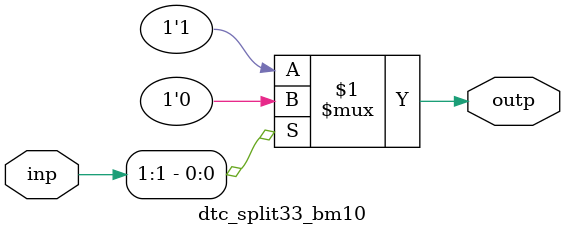
<source format=v>
module dtc_split33_bm10 (
	input  wire [5-1:0] inp,
	output wire [1-1:0] outp
);


	assign outp = (inp[1]) ? 1'b0 : 1'b1;

endmodule
</source>
